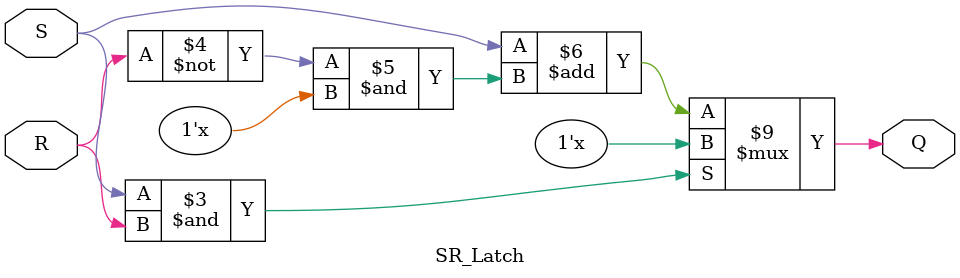
<source format=v>
module Binary_Cell(
    input in,//input data used for write function
    input read_write,//1 -> read, 0 -> write
    input select,//if select is high(1'b1) then the binary_call can be used to read/write
    output out//final output of binary cell 
);

wire net1,net2,net3,net4;
begin
    and(net1, in, ~read_write, select);
    and(net2, ~in, ~read_write, select);
    SR_Latch v(net1, net2, net3);
    and(out, select, read_write, net3);
end

endmodule 


//SR Latch module 
module SR_Latch(
    input S,R,
    output reg Q = 1'b0//initialization
);

always @(S or R) begin
    if(S & R == 1)//ambiguity state SR != 1 
        Q <= Q;
    else
        Q <= S + (~R & Q);//next state logic
end

endmodule 


</source>
